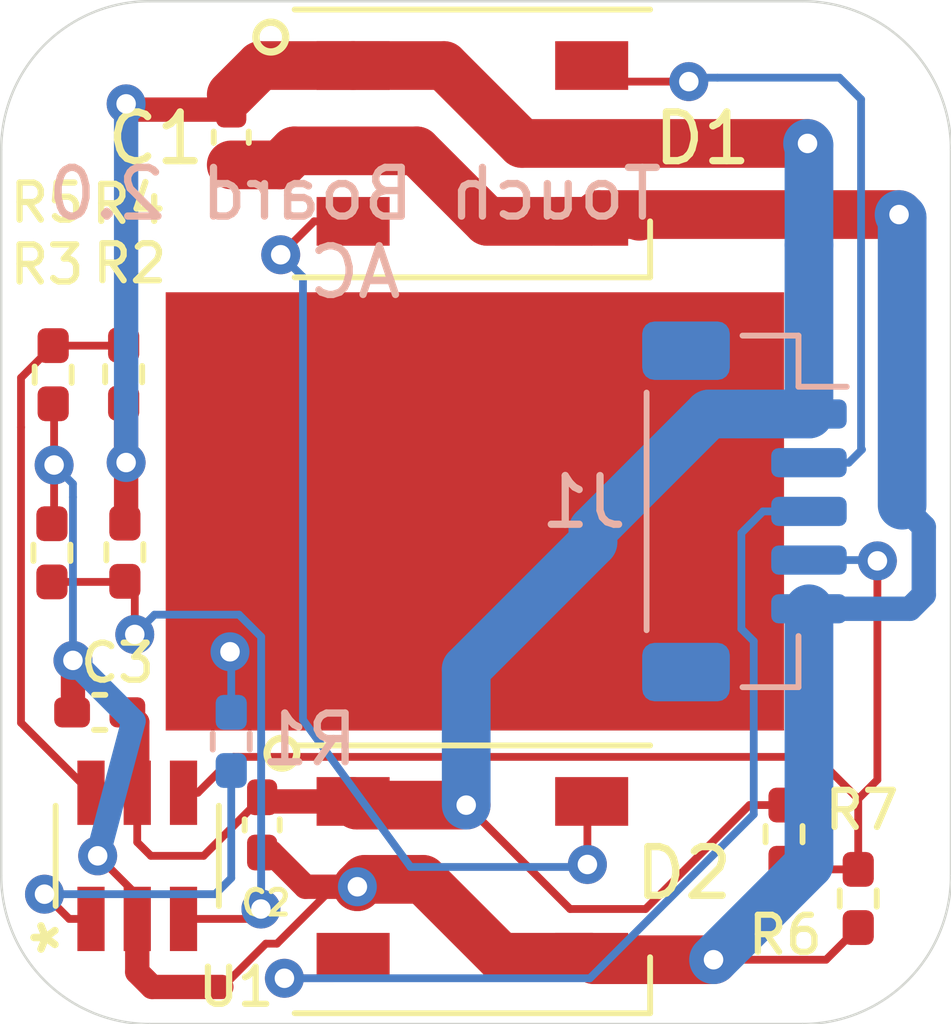
<source format=kicad_pcb>
(kicad_pcb (version 20171130) (host pcbnew 5.1.10-88a1d61d58~90~ubuntu20.04.1)

  (general
    (thickness 1.6)
    (drawings 11)
    (tracks 171)
    (zones 0)
    (modules 15)
    (nets 11)
  )

  (page A4)
  (layers
    (0 F.Cu signal)
    (31 B.Cu signal)
    (32 B.Adhes user)
    (33 F.Adhes user)
    (34 B.Paste user)
    (35 F.Paste user)
    (36 B.SilkS user)
    (37 F.SilkS user)
    (38 B.Mask user)
    (39 F.Mask user)
    (40 Dwgs.User user)
    (41 Cmts.User user)
    (42 Eco1.User user)
    (43 Eco2.User user)
    (44 Edge.Cuts user)
    (45 Margin user)
    (46 B.CrtYd user)
    (47 F.CrtYd user)
    (48 B.Fab user)
    (49 F.Fab user)
  )

  (setup
    (last_trace_width 0.16002)
    (user_trace_width 0.16002)
    (user_trace_width 0.5)
    (user_trace_width 1)
    (trace_clearance 0.16)
    (zone_clearance 0.508)
    (zone_45_only no)
    (trace_min 0.16)
    (via_size 0.8)
    (via_drill 0.4)
    (via_min_size 0.4)
    (via_min_drill 0.3)
    (uvia_size 0.3)
    (uvia_drill 0.1)
    (uvias_allowed no)
    (uvia_min_size 0.2)
    (uvia_min_drill 0.1)
    (edge_width 0.05)
    (segment_width 0.2)
    (pcb_text_width 0.3)
    (pcb_text_size 1.5 1.5)
    (mod_edge_width 0.12)
    (mod_text_size 1 1)
    (mod_text_width 0.15)
    (pad_size 12.7 9)
    (pad_drill 0)
    (pad_to_mask_clearance 0.051)
    (solder_mask_min_width 0.25)
    (aux_axis_origin 127.4826 107.1118)
    (grid_origin 127.4826 107.1118)
    (visible_elements 7FFFFF7F)
    (pcbplotparams
      (layerselection 0x010fc_ffffffff)
      (usegerberextensions true)
      (usegerberattributes false)
      (usegerberadvancedattributes false)
      (creategerberjobfile false)
      (excludeedgelayer true)
      (linewidth 0.100000)
      (plotframeref false)
      (viasonmask false)
      (mode 1)
      (useauxorigin false)
      (hpglpennumber 1)
      (hpglpenspeed 20)
      (hpglpendiameter 15.000000)
      (psnegative false)
      (psa4output false)
      (plotreference true)
      (plotvalue true)
      (plotinvisibletext false)
      (padsonsilk false)
      (subtractmaskfromsilk false)
      (outputformat 1)
      (mirror false)
      (drillshape 0)
      (scaleselection 1)
      (outputdirectory "/home/andrew/GitHub/SpaceCenter/Hardware/SpaceCenter_TouchBoard_KiCAD/Fab Files/TouchBoard_Gerbers/"))
  )

  (net 0 "")
  (net 1 +5V)
  (net 2 GND)
  (net 3 DATA_IN)
  (net 4 DATA_OUT)
  (net 5 CAP_TOUCH)
  (net 6 "Net-(D1-Pad2)")
  (net 7 "Net-(J2-Pad1)")
  (net 8 "Net-(R1-Pad1)")
  (net 9 "Net-(R2-Pad1)")
  (net 10 "Net-(R4-Pad1)")

  (net_class Default "This is the default net class."
    (clearance 0.16)
    (trace_width 0.16)
    (via_dia 0.8)
    (via_drill 0.4)
    (uvia_dia 0.3)
    (uvia_drill 0.1)
    (add_net CAP_TOUCH)
    (add_net DATA_IN)
    (add_net DATA_OUT)
    (add_net "Net-(D1-Pad2)")
    (add_net "Net-(J2-Pad1)")
    (add_net "Net-(R1-Pad1)")
    (add_net "Net-(R2-Pad1)")
    (add_net "Net-(R4-Pad1)")
  )

  (net_class Power ""
    (clearance 0.2)
    (trace_width 1)
    (via_dia 0.8)
    (via_drill 0.4)
    (uvia_dia 0.3)
    (uvia_drill 0.1)
    (add_net +5V)
    (add_net GND)
  )

  (module footprints:MTCH101T-I&slash_OT (layer F.Cu) (tedit 612F52FA) (tstamp 612E0348)
    (at 130.2766 103.6574 90)
    (path /612CBEC9)
    (fp_text reference U1 (at -2.6924 2.032 180) (layer F.SilkS)
      (effects (font (size 0.762 0.762) (thickness 0.127)))
    )
    (fp_text value MTCH101T-I_OT (at 0 0 90) (layer F.SilkS) hide
      (effects (font (size 1 1) (thickness 0.15)))
    )
    (fp_line (start -1.1557 1.4834) (end -2.2098 1.4834) (layer F.CrtYd) (width 0.05))
    (fp_line (start -1.1557 1.8034) (end -1.1557 1.4834) (layer F.CrtYd) (width 0.05))
    (fp_line (start 1.1557 1.8034) (end -1.1557 1.8034) (layer F.CrtYd) (width 0.05))
    (fp_line (start 1.1557 1.4834) (end 1.1557 1.8034) (layer F.CrtYd) (width 0.05))
    (fp_line (start 2.2098 1.4834) (end 1.1557 1.4834) (layer F.CrtYd) (width 0.05))
    (fp_line (start 2.2098 -1.4834) (end 2.2098 1.4834) (layer F.CrtYd) (width 0.05))
    (fp_line (start 1.1557 -1.4834) (end 2.2098 -1.4834) (layer F.CrtYd) (width 0.05))
    (fp_line (start 1.1557 -1.8034) (end 1.1557 -1.4834) (layer F.CrtYd) (width 0.05))
    (fp_line (start -1.1557 -1.8034) (end 1.1557 -1.8034) (layer F.CrtYd) (width 0.05))
    (fp_line (start -1.1557 -1.4834) (end -1.1557 -1.8034) (layer F.CrtYd) (width 0.05))
    (fp_line (start -2.2098 -1.4834) (end -1.1557 -1.4834) (layer F.CrtYd) (width 0.05))
    (fp_line (start -2.2098 1.4834) (end -2.2098 -1.4834) (layer F.CrtYd) (width 0.05))
    (fp_line (start -0.9017 -1.5494) (end -0.9017 1.5494) (layer F.Fab) (width 0.1))
    (fp_line (start 0.9017 -1.5494) (end -0.9017 -1.5494) (layer F.Fab) (width 0.1))
    (fp_line (start 0.9017 1.5494) (end 0.9017 -1.5494) (layer F.Fab) (width 0.1))
    (fp_line (start -0.9017 1.5494) (end 0.9017 1.5494) (layer F.Fab) (width 0.1))
    (fp_line (start 1.0287 -1.6764) (end -1.0287 -1.6764) (layer F.SilkS) (width 0.12))
    (fp_line (start -1.0287 1.6764) (end 1.0287 1.6764) (layer F.SilkS) (width 0.12))
    (fp_line (start 1.6002 -1.204) (end 0.9017 -1.204) (layer F.Fab) (width 0.1))
    (fp_line (start 1.6002 -0.696) (end 1.6002 -1.204) (layer F.Fab) (width 0.1))
    (fp_line (start 0.9017 -0.696) (end 1.6002 -0.696) (layer F.Fab) (width 0.1))
    (fp_line (start 0.9017 -1.204) (end 0.9017 -0.696) (layer F.Fab) (width 0.1))
    (fp_line (start 1.6002 -0.254) (end 0.9017 -0.254) (layer F.Fab) (width 0.1))
    (fp_line (start 1.6002 0.254) (end 1.6002 -0.254) (layer F.Fab) (width 0.1))
    (fp_line (start 0.9017 0.254) (end 1.6002 0.254) (layer F.Fab) (width 0.1))
    (fp_line (start 0.9017 -0.254) (end 0.9017 0.254) (layer F.Fab) (width 0.1))
    (fp_line (start 1.6002 0.696) (end 0.9017 0.696) (layer F.Fab) (width 0.1))
    (fp_line (start 1.6002 1.204) (end 1.6002 0.696) (layer F.Fab) (width 0.1))
    (fp_line (start 0.9017 1.204) (end 1.6002 1.204) (layer F.Fab) (width 0.1))
    (fp_line (start 0.9017 0.696) (end 0.9017 1.204) (layer F.Fab) (width 0.1))
    (fp_line (start -1.6002 1.204) (end -0.9017 1.204) (layer F.Fab) (width 0.1))
    (fp_line (start -1.6002 0.696) (end -1.6002 1.204) (layer F.Fab) (width 0.1))
    (fp_line (start -0.9017 0.696) (end -1.6002 0.696) (layer F.Fab) (width 0.1))
    (fp_line (start -0.9017 1.204) (end -0.9017 0.696) (layer F.Fab) (width 0.1))
    (fp_line (start -1.6002 0.254) (end -0.9017 0.254) (layer F.Fab) (width 0.1))
    (fp_line (start -1.6002 -0.254) (end -1.6002 0.254) (layer F.Fab) (width 0.1))
    (fp_line (start -0.9017 -0.254) (end -1.6002 -0.254) (layer F.Fab) (width 0.1))
    (fp_line (start -0.9017 0.254) (end -0.9017 -0.254) (layer F.Fab) (width 0.1))
    (fp_line (start -1.6002 -0.696) (end -0.9017 -0.696) (layer F.Fab) (width 0.1))
    (fp_line (start -1.6002 -1.204) (end -1.6002 -0.696) (layer F.Fab) (width 0.1))
    (fp_line (start -0.9017 -1.204) (end -1.6002 -1.204) (layer F.Fab) (width 0.1))
    (fp_line (start -0.9017 -0.696) (end -0.9017 -1.204) (layer F.Fab) (width 0.1))
    (fp_text user "Copyright 2021 Accelerated Designs. All rights reserved." (at 0 0 90) (layer Cmts.User)
      (effects (font (size 0.127 0.127) (thickness 0.002)))
    )
    (fp_text user * (at -1.6764 -1.5748 90) (layer F.SilkS)
      (effects (font (size 1 1) (thickness 0.15)))
    )
    (fp_text user * (at -0.5207 -1.4732 90) (layer F.Fab)
      (effects (font (size 1 1) (thickness 0.15)))
    )
    (fp_text user 0.037in/0.95mm (at -4.3434 -0.475 90) (layer Dwgs.User) hide
      (effects (font (size 1 1) (thickness 0.15)))
    )
    (fp_text user 0.022in/0.559mm (at 4.3434 -0.95 90) (layer Dwgs.User) hide
      (effects (font (size 1 1) (thickness 0.15)))
    )
    (fp_text user 0.102in/2.591mm (at 0 -3.9624 90) (layer Dwgs.User) hide
      (effects (font (size 1 1) (thickness 0.15)))
    )
    (fp_text user 0.052in/1.321mm (at -1.2954 3.9624 90) (layer Dwgs.User) hide
      (effects (font (size 1 1) (thickness 0.15)))
    )
    (fp_text user * (at -1.6764 -1.5748 90) (layer F.SilkS)
      (effects (font (size 1 1) (thickness 0.15)))
    )
    (fp_text user * (at -0.5207 -1.4732 90) (layer F.Fab)
      (effects (font (size 1 1) (thickness 0.15)))
    )
    (fp_arc (start 0 -1.5494) (end -0.3048 -1.5494) (angle -180) (layer F.Fab) (width 0.1))
    (pad 1 smd rect (at -1.2954 -0.950001 90) (size 1.3208 0.5588) (layers F.Cu F.Paste F.Mask)
      (net 8 "Net-(R1-Pad1)"))
    (pad 2 smd rect (at -1.2954 0 90) (size 1.3208 0.5588) (layers F.Cu F.Paste F.Mask)
      (net 2 GND))
    (pad 3 smd rect (at -1.2954 0.950001 90) (size 1.3208 0.5588) (layers F.Cu F.Paste F.Mask)
      (net 9 "Net-(R2-Pad1)"))
    (pad 4 smd rect (at 1.2954 0.950001 90) (size 1.3208 0.5588) (layers F.Cu F.Paste F.Mask)
      (net 5 CAP_TOUCH))
    (pad 5 smd rect (at 1.2954 0 90) (size 1.3208 0.5588) (layers F.Cu F.Paste F.Mask)
      (net 1 +5V))
    (pad 6 smd rect (at 1.2954 -0.950001 90) (size 1.3208 0.5588) (layers F.Cu F.Paste F.Mask)
      (net 10 "Net-(R4-Pad1)"))
  )

  (module Connector_JST:JST_SH_BM05B-SRSS-TB_1x05-1MP_P1.00mm_Vertical (layer B.Cu) (tedit 608A9280) (tstamp 603E828A)
    (at 142.748 96.5835 270)
    (descr "JST SH series connector, BM05B-SRSS-TB (http://www.jst-mfg.com/product/pdf/eng/eSH.pdf), generated with kicad-footprint-generator")
    (tags "connector JST SH side entry")
    (path /5F2811C8)
    (attr smd)
    (fp_text reference J1 (at -0.1905 3.3 180) (layer B.SilkS)
      (effects (font (size 1 1) (thickness 0.15)) (justify mirror))
    )
    (fp_text value Conn_01x05_Male (at 0 -3.3 270) (layer B.Fab) hide
      (effects (font (size 1 1) (thickness 0.15)) (justify mirror))
    )
    (fp_line (start -2 -0.292893) (end -1.5 -1) (layer B.Fab) (width 0.1))
    (fp_line (start -2.5 -1) (end -2 -0.292893) (layer B.Fab) (width 0.1))
    (fp_line (start 4.4 2.6) (end -4.4 2.6) (layer B.CrtYd) (width 0.05))
    (fp_line (start 4.4 -2.6) (end 4.4 2.6) (layer B.CrtYd) (width 0.05))
    (fp_line (start -4.4 -2.6) (end 4.4 -2.6) (layer B.CrtYd) (width 0.05))
    (fp_line (start -4.4 2.6) (end -4.4 -2.6) (layer B.CrtYd) (width 0.05))
    (fp_line (start 2.15 1.55) (end 1.85 1.55) (layer B.Fab) (width 0.1))
    (fp_line (start 2.15 0.95) (end 2.15 1.55) (layer B.Fab) (width 0.1))
    (fp_line (start 1.85 0.95) (end 2.15 0.95) (layer B.Fab) (width 0.1))
    (fp_line (start 1.85 1.55) (end 1.85 0.95) (layer B.Fab) (width 0.1))
    (fp_line (start 1.15 1.55) (end 0.85 1.55) (layer B.Fab) (width 0.1))
    (fp_line (start 1.15 0.95) (end 1.15 1.55) (layer B.Fab) (width 0.1))
    (fp_line (start 0.85 0.95) (end 1.15 0.95) (layer B.Fab) (width 0.1))
    (fp_line (start 0.85 1.55) (end 0.85 0.95) (layer B.Fab) (width 0.1))
    (fp_line (start 0.15 1.55) (end -0.15 1.55) (layer B.Fab) (width 0.1))
    (fp_line (start 0.15 0.95) (end 0.15 1.55) (layer B.Fab) (width 0.1))
    (fp_line (start -0.15 0.95) (end 0.15 0.95) (layer B.Fab) (width 0.1))
    (fp_line (start -0.15 1.55) (end -0.15 0.95) (layer B.Fab) (width 0.1))
    (fp_line (start -0.85 1.55) (end -1.15 1.55) (layer B.Fab) (width 0.1))
    (fp_line (start -0.85 0.95) (end -0.85 1.55) (layer B.Fab) (width 0.1))
    (fp_line (start -1.15 0.95) (end -0.85 0.95) (layer B.Fab) (width 0.1))
    (fp_line (start -1.15 1.55) (end -1.15 0.95) (layer B.Fab) (width 0.1))
    (fp_line (start -1.85 1.55) (end -2.15 1.55) (layer B.Fab) (width 0.1))
    (fp_line (start -1.85 0.95) (end -1.85 1.55) (layer B.Fab) (width 0.1))
    (fp_line (start -2.15 0.95) (end -1.85 0.95) (layer B.Fab) (width 0.1))
    (fp_line (start -2.15 1.55) (end -2.15 0.95) (layer B.Fab) (width 0.1))
    (fp_line (start 3.5 -1) (end 3.5 1.9) (layer B.Fab) (width 0.1))
    (fp_line (start -3.5 -1) (end -3.5 1.9) (layer B.Fab) (width 0.1))
    (fp_line (start -3.5 1.9) (end 3.5 1.9) (layer B.Fab) (width 0.1))
    (fp_line (start -2.44 2.01) (end 2.44 2.01) (layer B.SilkS) (width 0.12))
    (fp_line (start 3.61 -1.11) (end 2.56 -1.11) (layer B.SilkS) (width 0.12))
    (fp_line (start 3.61 0.04) (end 3.61 -1.11) (layer B.SilkS) (width 0.12))
    (fp_line (start -2.56 -1.11) (end -2.56 -2.1) (layer B.SilkS) (width 0.12))
    (fp_line (start -3.61 -1.11) (end -2.56 -1.11) (layer B.SilkS) (width 0.12))
    (fp_line (start -3.61 0.04) (end -3.61 -1.11) (layer B.SilkS) (width 0.12))
    (fp_line (start -3.5 -1) (end 3.5 -1) (layer B.Fab) (width 0.1))
    (fp_text user %R (at 0 0.25 270) (layer B.Fab)
      (effects (font (size 1 1) (thickness 0.15)) (justify mirror))
    )
    (pad 1 smd roundrect (at -2 -1.325 270) (size 0.6 1.55) (layers B.Cu B.Mask) (roundrect_rratio 0.25)
      (net 1 +5V))
    (pad 2 smd roundrect (at -1 -1.325 270) (size 0.6 1.55) (layers B.Cu B.Mask) (roundrect_rratio 0.25)
      (net 3 DATA_IN))
    (pad 3 smd roundrect (at 0 -1.325 270) (size 0.6 1.55) (layers B.Cu B.Mask) (roundrect_rratio 0.25)
      (net 4 DATA_OUT))
    (pad 4 smd roundrect (at 1 -1.325 270) (size 0.6 1.55) (layers B.Cu B.Mask) (roundrect_rratio 0.25)
      (net 5 CAP_TOUCH))
    (pad 5 smd roundrect (at 2 -1.325 270) (size 0.6 1.55) (layers B.Cu B.Mask) (roundrect_rratio 0.25)
      (net 2 GND))
    (pad MP smd roundrect (at -3.3 1.2 270) (size 1.2 1.8) (layers B.Cu B.Paste B.Mask) (roundrect_rratio 0.2083325))
    (pad MP smd roundrect (at 3.3 1.2 270) (size 1.2 1.8) (layers B.Cu B.Mask) (roundrect_rratio 0.208))
    (model /home/andrew/Downloads/BM05B-SRSS-TB-LF--SN---3DModel-STEP-56544.STEP
      (at (xyz 0 0 0))
      (scale (xyz 1 1 1))
      (rotate (xyz -90 0 0))
    )
  )

  (module Connector_Wire:SolderWirePad_1x01_SMD_5x10mm (layer F.Cu) (tedit 612DFFDE) (tstamp 5F2A2456)
    (at 136.0805 96.647)
    (descr "Wire Pad, Square, SMD Pad,  5mm x 10mm,")
    (tags "MesurementPoint Square SMDPad 5mmx10mm ")
    (path /5F292CA3)
    (attr smd virtual)
    (fp_text reference J2 (at 0 -3.81) (layer F.SilkS) hide
      (effects (font (size 1 1) (thickness 0.15)))
    )
    (fp_text value TOUCH_SENSOR (at 0 6.35) (layer F.Fab) hide
      (effects (font (size 1 1) (thickness 0.15)))
    )
    (fp_text user %R (at 0 0) (layer F.Fab)
      (effects (font (size 1 1) (thickness 0.15)))
    )
    (pad 1 smd rect (at 1.1303 -0.0635) (size 12.7 9) (layers F.Cu F.Mask)
      (net 7 "Net-(J2-Pad1)"))
  )

  (module LED_SMD:LED_WS2812B_PLCC4_5.0x5.0mm_P3.2mm (layer F.Cu) (tedit 5AA4B285) (tstamp 612E0267)
    (at 137.16 89.027)
    (descr https://cdn-shop.adafruit.com/datasheets/WS2812B.pdf)
    (tags "LED RGB NeoPixel")
    (path /6133369C)
    (attr smd)
    (fp_text reference D1 (at 4.7244 -0.1016) (layer F.SilkS)
      (effects (font (size 1 1) (thickness 0.15)))
    )
    (fp_text value WS2812B (at 0 4) (layer F.Fab)
      (effects (font (size 1 1) (thickness 0.15)))
    )
    (fp_circle (center 0 0) (end 0 -2) (layer F.Fab) (width 0.1))
    (fp_line (start 3.65 2.75) (end 3.65 1.6) (layer F.SilkS) (width 0.12))
    (fp_line (start -3.65 2.75) (end 3.65 2.75) (layer F.SilkS) (width 0.12))
    (fp_line (start -3.65 -2.75) (end 3.65 -2.75) (layer F.SilkS) (width 0.12))
    (fp_line (start 2.5 -2.5) (end -2.5 -2.5) (layer F.Fab) (width 0.1))
    (fp_line (start 2.5 2.5) (end 2.5 -2.5) (layer F.Fab) (width 0.1))
    (fp_line (start -2.5 2.5) (end 2.5 2.5) (layer F.Fab) (width 0.1))
    (fp_line (start -2.5 -2.5) (end -2.5 2.5) (layer F.Fab) (width 0.1))
    (fp_line (start 2.5 1.5) (end 1.5 2.5) (layer F.Fab) (width 0.1))
    (fp_line (start -3.45 -2.75) (end -3.45 2.75) (layer F.CrtYd) (width 0.05))
    (fp_line (start -3.45 2.75) (end 3.45 2.75) (layer F.CrtYd) (width 0.05))
    (fp_line (start 3.45 2.75) (end 3.45 -2.75) (layer F.CrtYd) (width 0.05))
    (fp_line (start 3.45 -2.75) (end -3.45 -2.75) (layer F.CrtYd) (width 0.05))
    (fp_text user 1 (at -4.15 -1.6) (layer F.SilkS) hide
      (effects (font (size 1 1) (thickness 0.15)))
    )
    (fp_text user %R (at 0 0) (layer F.Fab)
      (effects (font (size 0.8 0.8) (thickness 0.15)))
    )
    (pad 3 smd rect (at 2.45 1.6) (size 1.5 1) (layers F.Cu F.Paste F.Mask)
      (net 2 GND))
    (pad 4 smd rect (at 2.45 -1.6) (size 1.5 1) (layers F.Cu F.Paste F.Mask)
      (net 3 DATA_IN))
    (pad 2 smd rect (at -2.45 1.6) (size 1.5 1) (layers F.Cu F.Paste F.Mask)
      (net 6 "Net-(D1-Pad2)"))
    (pad 1 smd rect (at -2.45 -1.6) (size 1.5 1) (layers F.Cu F.Paste F.Mask)
      (net 1 +5V))
    (model ${KISYS3DMOD}/LED_SMD.3dshapes/LED_WS2812B_PLCC4_5.0x5.0mm_P3.2mm.wrl
      (at (xyz 0 0 0))
      (scale (xyz 1 1 1))
      (rotate (xyz 0 0 0))
    )
  )

  (module LED_SMD:LED_WS2812B_PLCC4_5.0x5.0mm_P3.2mm (layer F.Cu) (tedit 5AA4B285) (tstamp 612E027D)
    (at 137.16 104.14)
    (descr https://cdn-shop.adafruit.com/datasheets/WS2812B.pdf)
    (tags "LED RGB NeoPixel")
    (path /61338C92)
    (attr smd)
    (fp_text reference D2 (at 4.3434 -0.127) (layer F.SilkS)
      (effects (font (size 1 1) (thickness 0.15)))
    )
    (fp_text value WS2812B (at 0 4) (layer F.Fab) hide
      (effects (font (size 1 1) (thickness 0.15)))
    )
    (fp_text user %R (at 0 0) (layer F.Fab)
      (effects (font (size 0.8 0.8) (thickness 0.15)))
    )
    (fp_text user 1 (at -4.15 -1.6) (layer F.SilkS) hide
      (effects (font (size 1 1) (thickness 0.15)))
    )
    (fp_line (start 3.45 -2.75) (end -3.45 -2.75) (layer F.CrtYd) (width 0.05))
    (fp_line (start 3.45 2.75) (end 3.45 -2.75) (layer F.CrtYd) (width 0.05))
    (fp_line (start -3.45 2.75) (end 3.45 2.75) (layer F.CrtYd) (width 0.05))
    (fp_line (start -3.45 -2.75) (end -3.45 2.75) (layer F.CrtYd) (width 0.05))
    (fp_line (start 2.5 1.5) (end 1.5 2.5) (layer F.Fab) (width 0.1))
    (fp_line (start -2.5 -2.5) (end -2.5 2.5) (layer F.Fab) (width 0.1))
    (fp_line (start -2.5 2.5) (end 2.5 2.5) (layer F.Fab) (width 0.1))
    (fp_line (start 2.5 2.5) (end 2.5 -2.5) (layer F.Fab) (width 0.1))
    (fp_line (start 2.5 -2.5) (end -2.5 -2.5) (layer F.Fab) (width 0.1))
    (fp_line (start -3.65 -2.75) (end 3.65 -2.75) (layer F.SilkS) (width 0.12))
    (fp_line (start -3.65 2.75) (end 3.65 2.75) (layer F.SilkS) (width 0.12))
    (fp_line (start 3.65 2.75) (end 3.65 1.6) (layer F.SilkS) (width 0.12))
    (fp_circle (center 0 0) (end 0 -2) (layer F.Fab) (width 0.1))
    (pad 1 smd rect (at -2.45 -1.6) (size 1.5 1) (layers F.Cu F.Paste F.Mask)
      (net 1 +5V))
    (pad 2 smd rect (at -2.45 1.6) (size 1.5 1) (layers F.Cu F.Paste F.Mask)
      (net 4 DATA_OUT))
    (pad 4 smd rect (at 2.45 -1.6) (size 1.5 1) (layers F.Cu F.Paste F.Mask)
      (net 6 "Net-(D1-Pad2)"))
    (pad 3 smd rect (at 2.45 1.6) (size 1.5 1) (layers F.Cu F.Paste F.Mask)
      (net 2 GND))
    (model ${KISYS3DMOD}/LED_SMD.3dshapes/LED_WS2812B_PLCC4_5.0x5.0mm_P3.2mm.wrl
      (at (xyz 0 0 0))
      (scale (xyz 1 1 1))
      (rotate (xyz 0 0 0))
    )
  )

  (module Capacitor_SMD:C_0402_1005Metric_Pad0.74x0.62mm_HandSolder (layer F.Cu) (tedit 5F6BB22C) (tstamp 612E0687)
    (at 132.207 88.9 270)
    (descr "Capacitor SMD 0402 (1005 Metric), square (rectangular) end terminal, IPC_7351 nominal with elongated pad for handsoldering. (Body size source: IPC-SM-782 page 76, https://www.pcb-3d.com/wordpress/wp-content/uploads/ipc-sm-782a_amendment_1_and_2.pdf), generated with kicad-footprint-generator")
    (tags "capacitor handsolder")
    (path /5F288493)
    (attr smd)
    (fp_text reference C1 (at 0.0254 1.5494 180) (layer F.SilkS)
      (effects (font (size 1 1) (thickness 0.15)))
    )
    (fp_text value 0.1u (at 0 1.16 90) (layer F.Fab) hide
      (effects (font (size 1 1) (thickness 0.15)))
    )
    (fp_line (start 1.08 0.46) (end -1.08 0.46) (layer F.CrtYd) (width 0.05))
    (fp_line (start 1.08 -0.46) (end 1.08 0.46) (layer F.CrtYd) (width 0.05))
    (fp_line (start -1.08 -0.46) (end 1.08 -0.46) (layer F.CrtYd) (width 0.05))
    (fp_line (start -1.08 0.46) (end -1.08 -0.46) (layer F.CrtYd) (width 0.05))
    (fp_line (start -0.115835 0.36) (end 0.115835 0.36) (layer F.SilkS) (width 0.12))
    (fp_line (start -0.115835 -0.36) (end 0.115835 -0.36) (layer F.SilkS) (width 0.12))
    (fp_line (start 0.5 0.25) (end -0.5 0.25) (layer F.Fab) (width 0.1))
    (fp_line (start 0.5 -0.25) (end 0.5 0.25) (layer F.Fab) (width 0.1))
    (fp_line (start -0.5 -0.25) (end 0.5 -0.25) (layer F.Fab) (width 0.1))
    (fp_line (start -0.5 0.25) (end -0.5 -0.25) (layer F.Fab) (width 0.1))
    (fp_text user %R (at 0 0 90) (layer F.Fab)
      (effects (font (size 0.25 0.25) (thickness 0.04)))
    )
    (pad 1 smd roundrect (at -0.5675 0 270) (size 0.735 0.62) (layers F.Cu F.Paste F.Mask) (roundrect_rratio 0.25)
      (net 1 +5V))
    (pad 2 smd roundrect (at 0.5675 0 270) (size 0.735 0.62) (layers F.Cu F.Paste F.Mask) (roundrect_rratio 0.25)
      (net 2 GND))
    (model ${KISYS3DMOD}/Capacitor_SMD.3dshapes/C_0402_1005Metric.wrl
      (at (xyz 0 0 0))
      (scale (xyz 1 1 1))
      (rotate (xyz 0 0 0))
    )
  )

  (module Capacitor_SMD:C_0402_1005Metric_Pad0.74x0.62mm_HandSolder (layer F.Cu) (tedit 5F6BB22C) (tstamp 612E0697)
    (at 132.842 103.0224 270)
    (descr "Capacitor SMD 0402 (1005 Metric), square (rectangular) end terminal, IPC_7351 nominal with elongated pad for handsoldering. (Body size source: IPC-SM-782 page 76, https://www.pcb-3d.com/wordpress/wp-content/uploads/ipc-sm-782a_amendment_1_and_2.pdf), generated with kicad-footprint-generator")
    (tags "capacitor handsolder")
    (path /5F2985E9)
    (attr smd)
    (fp_text reference C2 (at 1.6002 -0.0762 180) (layer F.SilkS)
      (effects (font (size 0.508 0.508) (thickness 0.1016)))
    )
    (fp_text value 0.1u (at 0 1.16 90) (layer F.Fab) hide
      (effects (font (size 1 1) (thickness 0.15)))
    )
    (fp_text user %R (at 0 0 90) (layer F.Fab)
      (effects (font (size 0.25 0.25) (thickness 0.04)))
    )
    (fp_line (start -0.5 0.25) (end -0.5 -0.25) (layer F.Fab) (width 0.1))
    (fp_line (start -0.5 -0.25) (end 0.5 -0.25) (layer F.Fab) (width 0.1))
    (fp_line (start 0.5 -0.25) (end 0.5 0.25) (layer F.Fab) (width 0.1))
    (fp_line (start 0.5 0.25) (end -0.5 0.25) (layer F.Fab) (width 0.1))
    (fp_line (start -0.115835 -0.36) (end 0.115835 -0.36) (layer F.SilkS) (width 0.12))
    (fp_line (start -0.115835 0.36) (end 0.115835 0.36) (layer F.SilkS) (width 0.12))
    (fp_line (start -1.08 0.46) (end -1.08 -0.46) (layer F.CrtYd) (width 0.05))
    (fp_line (start -1.08 -0.46) (end 1.08 -0.46) (layer F.CrtYd) (width 0.05))
    (fp_line (start 1.08 -0.46) (end 1.08 0.46) (layer F.CrtYd) (width 0.05))
    (fp_line (start 1.08 0.46) (end -1.08 0.46) (layer F.CrtYd) (width 0.05))
    (pad 2 smd roundrect (at 0.5675 0 270) (size 0.735 0.62) (layers F.Cu F.Paste F.Mask) (roundrect_rratio 0.25)
      (net 2 GND))
    (pad 1 smd roundrect (at -0.5675 0 270) (size 0.735 0.62) (layers F.Cu F.Paste F.Mask) (roundrect_rratio 0.25)
      (net 1 +5V))
    (model ${KISYS3DMOD}/Capacitor_SMD.3dshapes/C_0402_1005Metric.wrl
      (at (xyz 0 0 0))
      (scale (xyz 1 1 1))
      (rotate (xyz 0 0 0))
    )
  )

  (module Capacitor_SMD:C_0402_1005Metric_Pad0.74x0.62mm_HandSolder (layer F.Cu) (tedit 5F6BB22C) (tstamp 612E06B7)
    (at 129.5059 100.711 180)
    (descr "Capacitor SMD 0402 (1005 Metric), square (rectangular) end terminal, IPC_7351 nominal with elongated pad for handsoldering. (Body size source: IPC-SM-782 page 76, https://www.pcb-3d.com/wordpress/wp-content/uploads/ipc-sm-782a_amendment_1_and_2.pdf), generated with kicad-footprint-generator")
    (tags "capacitor handsolder")
    (path /613077A3)
    (attr smd)
    (fp_text reference C3 (at -0.3643 1.016) (layer F.SilkS)
      (effects (font (size 0.762 0.762) (thickness 0.127)))
    )
    (fp_text value 0.1u (at 0 1.16) (layer F.Fab) hide
      (effects (font (size 1 1) (thickness 0.15)))
    )
    (fp_line (start 1.08 0.46) (end -1.08 0.46) (layer F.CrtYd) (width 0.05))
    (fp_line (start 1.08 -0.46) (end 1.08 0.46) (layer F.CrtYd) (width 0.05))
    (fp_line (start -1.08 -0.46) (end 1.08 -0.46) (layer F.CrtYd) (width 0.05))
    (fp_line (start -1.08 0.46) (end -1.08 -0.46) (layer F.CrtYd) (width 0.05))
    (fp_line (start -0.115835 0.36) (end 0.115835 0.36) (layer F.SilkS) (width 0.12))
    (fp_line (start -0.115835 -0.36) (end 0.115835 -0.36) (layer F.SilkS) (width 0.12))
    (fp_line (start 0.5 0.25) (end -0.5 0.25) (layer F.Fab) (width 0.1))
    (fp_line (start 0.5 -0.25) (end 0.5 0.25) (layer F.Fab) (width 0.1))
    (fp_line (start -0.5 -0.25) (end 0.5 -0.25) (layer F.Fab) (width 0.1))
    (fp_line (start -0.5 0.25) (end -0.5 -0.25) (layer F.Fab) (width 0.1))
    (fp_text user %R (at 0 0) (layer F.Fab)
      (effects (font (size 0.25 0.25) (thickness 0.04)))
    )
    (pad 1 smd roundrect (at -0.5675 0 180) (size 0.735 0.62) (layers F.Cu F.Paste F.Mask) (roundrect_rratio 0.25)
      (net 1 +5V))
    (pad 2 smd roundrect (at 0.5675 0 180) (size 0.735 0.62) (layers F.Cu F.Paste F.Mask) (roundrect_rratio 0.25)
      (net 2 GND))
    (model ${KISYS3DMOD}/Capacitor_SMD.3dshapes/C_0402_1005Metric.wrl
      (at (xyz 0 0 0))
      (scale (xyz 1 1 1))
      (rotate (xyz 0 0 0))
    )
  )

  (module Resistor_SMD:R_0402_1005Metric_Pad0.72x0.64mm_HandSolder (layer B.Cu) (tedit 5F6BB9E0) (tstamp 612E06B8)
    (at 132.207 101.3073 90)
    (descr "Resistor SMD 0402 (1005 Metric), square (rectangular) end terminal, IPC_7351 nominal with elongated pad for handsoldering. (Body size source: IPC-SM-782 page 72, https://www.pcb-3d.com/wordpress/wp-content/uploads/ipc-sm-782a_amendment_1_and_2.pdf), generated with kicad-footprint-generator")
    (tags "resistor handsolder")
    (path /612D805C)
    (attr smd)
    (fp_text reference R1 (at 0.0375 1.6002 180) (layer B.SilkS)
      (effects (font (size 1 1) (thickness 0.15)) (justify mirror))
    )
    (fp_text value 4.7k (at 0 -1.17 90) (layer B.Fab) hide
      (effects (font (size 1 1) (thickness 0.15)) (justify mirror))
    )
    (fp_line (start 1.1 -0.47) (end -1.1 -0.47) (layer B.CrtYd) (width 0.05))
    (fp_line (start 1.1 0.47) (end 1.1 -0.47) (layer B.CrtYd) (width 0.05))
    (fp_line (start -1.1 0.47) (end 1.1 0.47) (layer B.CrtYd) (width 0.05))
    (fp_line (start -1.1 -0.47) (end -1.1 0.47) (layer B.CrtYd) (width 0.05))
    (fp_line (start -0.167621 -0.38) (end 0.167621 -0.38) (layer B.SilkS) (width 0.12))
    (fp_line (start -0.167621 0.38) (end 0.167621 0.38) (layer B.SilkS) (width 0.12))
    (fp_line (start 0.525 -0.27) (end -0.525 -0.27) (layer B.Fab) (width 0.1))
    (fp_line (start 0.525 0.27) (end 0.525 -0.27) (layer B.Fab) (width 0.1))
    (fp_line (start -0.525 0.27) (end 0.525 0.27) (layer B.Fab) (width 0.1))
    (fp_line (start -0.525 -0.27) (end -0.525 0.27) (layer B.Fab) (width 0.1))
    (fp_text user %R (at 0 0 90) (layer B.Fab)
      (effects (font (size 0.26 0.26) (thickness 0.04)) (justify mirror))
    )
    (pad 1 smd roundrect (at -0.5975 0 90) (size 0.715 0.64) (layers B.Cu B.Paste B.Mask) (roundrect_rratio 0.25)
      (net 8 "Net-(R1-Pad1)"))
    (pad 2 smd roundrect (at 0.5975 0 90) (size 0.715 0.64) (layers B.Cu B.Paste B.Mask) (roundrect_rratio 0.25)
      (net 7 "Net-(J2-Pad1)"))
    (model ${KISYS3DMOD}/Resistor_SMD.3dshapes/R_0402_1005Metric.wrl
      (at (xyz 0 0 0))
      (scale (xyz 1 1 1))
      (rotate (xyz 0 0 0))
    )
  )

  (module Resistor_SMD:R_0402_1005Metric_Pad0.72x0.64mm_HandSolder (layer F.Cu) (tedit 5F6BB9E0) (tstamp 612E06C8)
    (at 130.0226 97.4223 90)
    (descr "Resistor SMD 0402 (1005 Metric), square (rectangular) end terminal, IPC_7351 nominal with elongated pad for handsoldering. (Body size source: IPC-SM-782 page 72, https://www.pcb-3d.com/wordpress/wp-content/uploads/ipc-sm-782a_amendment_1_and_2.pdf), generated with kicad-footprint-generator")
    (tags "resistor handsolder")
    (path /612E7F41)
    (attr smd)
    (fp_text reference R2 (at 5.9315 0.1016 180) (layer F.SilkS)
      (effects (font (size 0.762 0.762) (thickness 0.127)))
    )
    (fp_text value 100k (at 0 1.17 90) (layer F.Fab) hide
      (effects (font (size 1 1) (thickness 0.15)))
    )
    (fp_text user %R (at 0 0 90) (layer F.Fab)
      (effects (font (size 0.26 0.26) (thickness 0.04)))
    )
    (fp_line (start -0.525 0.27) (end -0.525 -0.27) (layer F.Fab) (width 0.1))
    (fp_line (start -0.525 -0.27) (end 0.525 -0.27) (layer F.Fab) (width 0.1))
    (fp_line (start 0.525 -0.27) (end 0.525 0.27) (layer F.Fab) (width 0.1))
    (fp_line (start 0.525 0.27) (end -0.525 0.27) (layer F.Fab) (width 0.1))
    (fp_line (start -0.167621 -0.38) (end 0.167621 -0.38) (layer F.SilkS) (width 0.12))
    (fp_line (start -0.167621 0.38) (end 0.167621 0.38) (layer F.SilkS) (width 0.12))
    (fp_line (start -1.1 0.47) (end -1.1 -0.47) (layer F.CrtYd) (width 0.05))
    (fp_line (start -1.1 -0.47) (end 1.1 -0.47) (layer F.CrtYd) (width 0.05))
    (fp_line (start 1.1 -0.47) (end 1.1 0.47) (layer F.CrtYd) (width 0.05))
    (fp_line (start 1.1 0.47) (end -1.1 0.47) (layer F.CrtYd) (width 0.05))
    (pad 2 smd roundrect (at 0.5975 0 90) (size 0.715 0.64) (layers F.Cu F.Paste F.Mask) (roundrect_rratio 0.25)
      (net 1 +5V))
    (pad 1 smd roundrect (at -0.5975 0 90) (size 0.715 0.64) (layers F.Cu F.Paste F.Mask) (roundrect_rratio 0.25)
      (net 9 "Net-(R2-Pad1)"))
    (model ${KISYS3DMOD}/Resistor_SMD.3dshapes/R_0402_1005Metric.wrl
      (at (xyz 0 0 0))
      (scale (xyz 1 1 1))
      (rotate (xyz 0 0 0))
    )
  )

  (module Resistor_SMD:R_0402_1005Metric_Pad0.72x0.64mm_HandSolder (layer F.Cu) (tedit 5F6BB9E0) (tstamp 612E06D8)
    (at 128.524 97.4344 270)
    (descr "Resistor SMD 0402 (1005 Metric), square (rectangular) end terminal, IPC_7351 nominal with elongated pad for handsoldering. (Body size source: IPC-SM-782 page 72, https://www.pcb-3d.com/wordpress/wp-content/uploads/ipc-sm-782a_amendment_1_and_2.pdf), generated with kicad-footprint-generator")
    (tags "resistor handsolder")
    (path /612E78E7)
    (attr smd)
    (fp_text reference R3 (at -5.9182 0.1016 180) (layer F.SilkS)
      (effects (font (size 0.762 0.762) (thickness 0.127)))
    )
    (fp_text value 100k (at 0 1.17 90) (layer F.Fab) hide
      (effects (font (size 1 1) (thickness 0.15)))
    )
    (fp_line (start 1.1 0.47) (end -1.1 0.47) (layer F.CrtYd) (width 0.05))
    (fp_line (start 1.1 -0.47) (end 1.1 0.47) (layer F.CrtYd) (width 0.05))
    (fp_line (start -1.1 -0.47) (end 1.1 -0.47) (layer F.CrtYd) (width 0.05))
    (fp_line (start -1.1 0.47) (end -1.1 -0.47) (layer F.CrtYd) (width 0.05))
    (fp_line (start -0.167621 0.38) (end 0.167621 0.38) (layer F.SilkS) (width 0.12))
    (fp_line (start -0.167621 -0.38) (end 0.167621 -0.38) (layer F.SilkS) (width 0.12))
    (fp_line (start 0.525 0.27) (end -0.525 0.27) (layer F.Fab) (width 0.1))
    (fp_line (start 0.525 -0.27) (end 0.525 0.27) (layer F.Fab) (width 0.1))
    (fp_line (start -0.525 -0.27) (end 0.525 -0.27) (layer F.Fab) (width 0.1))
    (fp_line (start -0.525 0.27) (end -0.525 -0.27) (layer F.Fab) (width 0.1))
    (fp_text user %R (at 0 0 90) (layer F.Fab)
      (effects (font (size 0.26 0.26) (thickness 0.04)))
    )
    (pad 1 smd roundrect (at -0.5975 0 270) (size 0.715 0.64) (layers F.Cu F.Paste F.Mask) (roundrect_rratio 0.25)
      (net 2 GND))
    (pad 2 smd roundrect (at 0.5975 0 270) (size 0.715 0.64) (layers F.Cu F.Paste F.Mask) (roundrect_rratio 0.25)
      (net 9 "Net-(R2-Pad1)"))
    (model ${KISYS3DMOD}/Resistor_SMD.3dshapes/R_0402_1005Metric.wrl
      (at (xyz 0 0 0))
      (scale (xyz 1 1 1))
      (rotate (xyz 0 0 0))
    )
  )

  (module Resistor_SMD:R_0402_1005Metric_Pad0.72x0.64mm_HandSolder (layer F.Cu) (tedit 5F6BB9E0) (tstamp 612E06E8)
    (at 129.9972 93.7647 270)
    (descr "Resistor SMD 0402 (1005 Metric), square (rectangular) end terminal, IPC_7351 nominal with elongated pad for handsoldering. (Body size source: IPC-SM-782 page 72, https://www.pcb-3d.com/wordpress/wp-content/uploads/ipc-sm-782a_amendment_1_and_2.pdf), generated with kicad-footprint-generator")
    (tags "resistor handsolder")
    (path /6130C79C)
    (attr smd)
    (fp_text reference R4 (at -3.4931 -0.1016 180) (layer F.SilkS)
      (effects (font (size 0.762 0.762) (thickness 0.127)))
    )
    (fp_text value 4.7k (at 0 1.17 90) (layer F.Fab) hide
      (effects (font (size 1 1) (thickness 0.15)))
    )
    (fp_line (start 1.1 0.47) (end -1.1 0.47) (layer F.CrtYd) (width 0.05))
    (fp_line (start 1.1 -0.47) (end 1.1 0.47) (layer F.CrtYd) (width 0.05))
    (fp_line (start -1.1 -0.47) (end 1.1 -0.47) (layer F.CrtYd) (width 0.05))
    (fp_line (start -1.1 0.47) (end -1.1 -0.47) (layer F.CrtYd) (width 0.05))
    (fp_line (start -0.167621 0.38) (end 0.167621 0.38) (layer F.SilkS) (width 0.12))
    (fp_line (start -0.167621 -0.38) (end 0.167621 -0.38) (layer F.SilkS) (width 0.12))
    (fp_line (start 0.525 0.27) (end -0.525 0.27) (layer F.Fab) (width 0.1))
    (fp_line (start 0.525 -0.27) (end 0.525 0.27) (layer F.Fab) (width 0.1))
    (fp_line (start -0.525 -0.27) (end 0.525 -0.27) (layer F.Fab) (width 0.1))
    (fp_line (start -0.525 0.27) (end -0.525 -0.27) (layer F.Fab) (width 0.1))
    (fp_text user %R (at 0 0 90) (layer F.Fab)
      (effects (font (size 0.26 0.26) (thickness 0.04)))
    )
    (pad 1 smd roundrect (at -0.5975 0 270) (size 0.715 0.64) (layers F.Cu F.Paste F.Mask) (roundrect_rratio 0.25)
      (net 10 "Net-(R4-Pad1)"))
    (pad 2 smd roundrect (at 0.5975 0 270) (size 0.715 0.64) (layers F.Cu F.Paste F.Mask) (roundrect_rratio 0.25)
      (net 1 +5V))
    (model ${KISYS3DMOD}/Resistor_SMD.3dshapes/R_0402_1005Metric.wrl
      (at (xyz 0 0 0))
      (scale (xyz 1 1 1))
      (rotate (xyz 0 0 0))
    )
  )

  (module Resistor_SMD:R_0402_1005Metric_Pad0.72x0.64mm_HandSolder (layer F.Cu) (tedit 5F6BB9E0) (tstamp 612E06F8)
    (at 128.5494 93.7768 90)
    (descr "Resistor SMD 0402 (1005 Metric), square (rectangular) end terminal, IPC_7351 nominal with elongated pad for handsoldering. (Body size source: IPC-SM-782 page 72, https://www.pcb-3d.com/wordpress/wp-content/uploads/ipc-sm-782a_amendment_1_and_2.pdf), generated with kicad-footprint-generator")
    (tags "resistor handsolder")
    (path /6131D43E)
    (attr smd)
    (fp_text reference R5 (at 3.5306 -0.127 180) (layer F.SilkS)
      (effects (font (size 0.762 0.762) (thickness 0.127)))
    )
    (fp_text value DNP (at 0 1.17 90) (layer F.Fab) hide
      (effects (font (size 1 1) (thickness 0.15)))
    )
    (fp_text user %R (at 0 0 90) (layer F.Fab)
      (effects (font (size 0.26 0.26) (thickness 0.04)))
    )
    (fp_line (start -0.525 0.27) (end -0.525 -0.27) (layer F.Fab) (width 0.1))
    (fp_line (start -0.525 -0.27) (end 0.525 -0.27) (layer F.Fab) (width 0.1))
    (fp_line (start 0.525 -0.27) (end 0.525 0.27) (layer F.Fab) (width 0.1))
    (fp_line (start 0.525 0.27) (end -0.525 0.27) (layer F.Fab) (width 0.1))
    (fp_line (start -0.167621 -0.38) (end 0.167621 -0.38) (layer F.SilkS) (width 0.12))
    (fp_line (start -0.167621 0.38) (end 0.167621 0.38) (layer F.SilkS) (width 0.12))
    (fp_line (start -1.1 0.47) (end -1.1 -0.47) (layer F.CrtYd) (width 0.05))
    (fp_line (start -1.1 -0.47) (end 1.1 -0.47) (layer F.CrtYd) (width 0.05))
    (fp_line (start 1.1 -0.47) (end 1.1 0.47) (layer F.CrtYd) (width 0.05))
    (fp_line (start 1.1 0.47) (end -1.1 0.47) (layer F.CrtYd) (width 0.05))
    (pad 2 smd roundrect (at 0.5975 0 90) (size 0.715 0.64) (layers F.Cu F.Paste F.Mask) (roundrect_rratio 0.25)
      (net 10 "Net-(R4-Pad1)"))
    (pad 1 smd roundrect (at -0.5975 0 90) (size 0.715 0.64) (layers F.Cu F.Paste F.Mask) (roundrect_rratio 0.25)
      (net 2 GND))
    (model ${KISYS3DMOD}/Resistor_SMD.3dshapes/R_0402_1005Metric.wrl
      (at (xyz 0 0 0))
      (scale (xyz 1 1 1))
      (rotate (xyz 0 0 0))
    )
  )

  (module Resistor_SMD:R_0402_1005Metric_Pad0.72x0.64mm_HandSolder (layer F.Cu) (tedit 5F6BB9E0) (tstamp 612E0708)
    (at 143.5608 103.2123 90)
    (descr "Resistor SMD 0402 (1005 Metric), square (rectangular) end terminal, IPC_7351 nominal with elongated pad for handsoldering. (Body size source: IPC-SM-782 page 72, https://www.pcb-3d.com/wordpress/wp-content/uploads/ipc-sm-782a_amendment_1_and_2.pdf), generated with kicad-footprint-generator")
    (tags "resistor handsolder")
    (path /612E1E9F)
    (attr smd)
    (fp_text reference R6 (at -2.0707 0.0254 180) (layer F.SilkS)
      (effects (font (size 0.762 0.762) (thickness 0.127)))
    )
    (fp_text value 4.7k (at 0 1.17 90) (layer F.Fab) hide
      (effects (font (size 1 1) (thickness 0.15)))
    )
    (fp_text user %R (at 0 0 90) (layer F.Fab)
      (effects (font (size 0.26 0.26) (thickness 0.04)))
    )
    (fp_line (start -0.525 0.27) (end -0.525 -0.27) (layer F.Fab) (width 0.1))
    (fp_line (start -0.525 -0.27) (end 0.525 -0.27) (layer F.Fab) (width 0.1))
    (fp_line (start 0.525 -0.27) (end 0.525 0.27) (layer F.Fab) (width 0.1))
    (fp_line (start 0.525 0.27) (end -0.525 0.27) (layer F.Fab) (width 0.1))
    (fp_line (start -0.167621 -0.38) (end 0.167621 -0.38) (layer F.SilkS) (width 0.12))
    (fp_line (start -0.167621 0.38) (end 0.167621 0.38) (layer F.SilkS) (width 0.12))
    (fp_line (start -1.1 0.47) (end -1.1 -0.47) (layer F.CrtYd) (width 0.05))
    (fp_line (start -1.1 -0.47) (end 1.1 -0.47) (layer F.CrtYd) (width 0.05))
    (fp_line (start 1.1 -0.47) (end 1.1 0.47) (layer F.CrtYd) (width 0.05))
    (fp_line (start 1.1 0.47) (end -1.1 0.47) (layer F.CrtYd) (width 0.05))
    (pad 2 smd roundrect (at 0.5975 0 90) (size 0.715 0.64) (layers F.Cu F.Paste F.Mask) (roundrect_rratio 0.25)
      (net 1 +5V))
    (pad 1 smd roundrect (at -0.5975 0 90) (size 0.715 0.64) (layers F.Cu F.Paste F.Mask) (roundrect_rratio 0.25)
      (net 5 CAP_TOUCH))
    (model ${KISYS3DMOD}/Resistor_SMD.3dshapes/R_0402_1005Metric.wrl
      (at (xyz 0 0 0))
      (scale (xyz 1 1 1))
      (rotate (xyz 0 0 0))
    )
  )

  (module Resistor_SMD:R_0402_1005Metric_Pad0.72x0.64mm_HandSolder (layer F.Cu) (tedit 5F6BB9E0) (tstamp 612E0718)
    (at 145.0848 104.5331 90)
    (descr "Resistor SMD 0402 (1005 Metric), square (rectangular) end terminal, IPC_7351 nominal with elongated pad for handsoldering. (Body size source: IPC-SM-782 page 72, https://www.pcb-3d.com/wordpress/wp-content/uploads/ipc-sm-782a_amendment_1_and_2.pdf), generated with kicad-footprint-generator")
    (tags "resistor handsolder")
    (path /6132096B)
    (attr smd)
    (fp_text reference R7 (at 1.8155 0.0762 180) (layer F.SilkS)
      (effects (font (size 0.762 0.762) (thickness 0.127)))
    )
    (fp_text value 6.8k (at 0 1.17 90) (layer F.Fab) hide
      (effects (font (size 1 1) (thickness 0.15)))
    )
    (fp_line (start 1.1 0.47) (end -1.1 0.47) (layer F.CrtYd) (width 0.05))
    (fp_line (start 1.1 -0.47) (end 1.1 0.47) (layer F.CrtYd) (width 0.05))
    (fp_line (start -1.1 -0.47) (end 1.1 -0.47) (layer F.CrtYd) (width 0.05))
    (fp_line (start -1.1 0.47) (end -1.1 -0.47) (layer F.CrtYd) (width 0.05))
    (fp_line (start -0.167621 0.38) (end 0.167621 0.38) (layer F.SilkS) (width 0.12))
    (fp_line (start -0.167621 -0.38) (end 0.167621 -0.38) (layer F.SilkS) (width 0.12))
    (fp_line (start 0.525 0.27) (end -0.525 0.27) (layer F.Fab) (width 0.1))
    (fp_line (start 0.525 -0.27) (end 0.525 0.27) (layer F.Fab) (width 0.1))
    (fp_line (start -0.525 -0.27) (end 0.525 -0.27) (layer F.Fab) (width 0.1))
    (fp_line (start -0.525 0.27) (end -0.525 -0.27) (layer F.Fab) (width 0.1))
    (fp_text user %R (at 0 0 90) (layer F.Fab)
      (effects (font (size 0.26 0.26) (thickness 0.04)))
    )
    (pad 1 smd roundrect (at -0.5975 0 90) (size 0.715 0.64) (layers F.Cu F.Paste F.Mask) (roundrect_rratio 0.25)
      (net 2 GND))
    (pad 2 smd roundrect (at 0.5975 0 90) (size 0.715 0.64) (layers F.Cu F.Paste F.Mask) (roundrect_rratio 0.25)
      (net 5 CAP_TOUCH))
    (model ${KISYS3DMOD}/Resistor_SMD.3dshapes/R_0402_1005Metric.wrl
      (at (xyz 0 0 0))
      (scale (xyz 1 1 1))
      (rotate (xyz 0 0 0))
    )
  )

  (gr_circle (center 133.0198 86.8426) (end 133.325657 86.8426) (layer F.SilkS) (width 0.15) (tstamp 612F56A1))
  (gr_circle (center 133.2484 101.5492) (end 133.554257 101.5492) (layer F.SilkS) (width 0.15))
  (gr_line (start 143.9418 86.106) (end 130.5306 86.106) (layer Edge.Cuts) (width 0.05) (tstamp 608A8DCA))
  (gr_line (start 146.9898 104.0638) (end 146.9898 89.154) (layer Edge.Cuts) (width 0.05) (tstamp 608A8DC2))
  (gr_line (start 130.5306 107.1118) (end 143.9418 107.1118) (layer Edge.Cuts) (width 0.05) (tstamp 608A8DB7))
  (gr_line (start 127.4826 89.154) (end 127.4826 104.0638) (layer Edge.Cuts) (width 0.05) (tstamp 608A8DAA))
  (gr_arc (start 143.9418 104.0638) (end 143.9418 107.1118) (angle -90) (layer Edge.Cuts) (width 0.05))
  (gr_arc (start 130.5306 104.0638) (end 127.4826 104.0638) (angle -90) (layer Edge.Cuts) (width 0.05))
  (gr_arc (start 130.5306 89.154) (end 130.5306 86.106) (angle -90) (layer Edge.Cuts) (width 0.05))
  (gr_arc (start 143.9418 89.154) (end 146.9898 89.154) (angle -90) (layer Edge.Cuts) (width 0.05))
  (gr_text "Touch Board 2.0\nAC" (at 134.747 90.8685) (layer B.SilkS)
    (effects (font (size 1 1) (thickness 0.15)) (justify mirror))
  )

  (via (at 132.1816 99.4664) (size 0.8) (drill 0.4) (layers F.Cu B.Cu) (net 7))
  (segment (start 144.073 94.5835) (end 142.6525 94.5835) (width 1) (layer B.Cu) (net 1) (status 10))
  (segment (start 142.6525 94.5835) (end 142.0175 94.5835) (width 1) (layer B.Cu) (net 1))
  (segment (start 142.0175 94.5835) (end 139.6365 96.9645) (width 1) (layer B.Cu) (net 1))
  (segment (start 139.6365 96.9645) (end 139.6365 97.2185) (width 1) (layer B.Cu) (net 1))
  (via (at 137.033 102.616) (size 0.8) (drill 0.4) (layers F.Cu B.Cu) (net 1))
  (segment (start 137.033 99.822) (end 137.033 102.616) (width 1) (layer B.Cu) (net 1))
  (segment (start 139.6365 97.2185) (end 137.033 99.822) (width 1) (layer B.Cu) (net 1))
  (segment (start 134.786 102.616) (end 134.71 102.54) (width 1) (layer F.Cu) (net 1) (status 30))
  (segment (start 137.033 102.616) (end 134.786 102.616) (width 1) (layer F.Cu) (net 1) (status 20))
  (segment (start 144.073 94.5835) (end 144.073 91.114) (width 1) (layer B.Cu) (net 1) (status 10))
  (segment (start 132.805 87.427) (end 132.207 88.025) (width 1) (layer F.Cu) (net 1) (status 20))
  (via (at 144.0434 89.027) (size 0.8) (drill 0.4) (layers F.Cu B.Cu) (net 1))
  (segment (start 144.073 89.0566) (end 144.0434 89.027) (width 1) (layer B.Cu) (net 1))
  (segment (start 144.073 91.114) (end 144.073 89.0566) (width 1) (layer B.Cu) (net 1))
  (segment (start 136.576 87.427) (end 134.71 87.427) (width 1) (layer F.Cu) (net 1))
  (segment (start 138.176 89.027) (end 136.576 87.427) (width 1) (layer F.Cu) (net 1))
  (segment (start 144.0434 89.027) (end 138.176 89.027) (width 1) (layer F.Cu) (net 1))
  (segment (start 132.805 87.427) (end 134.71 87.427) (width 1) (layer F.Cu) (net 1))
  (segment (start 132.9271 102.54) (end 132.842 102.4549) (width 0.5) (layer F.Cu) (net 1))
  (segment (start 134.71 102.54) (end 132.9271 102.54) (width 0.5) (layer F.Cu) (net 1))
  (segment (start 130.2766 100.9142) (end 130.0734 100.711) (width 0.5) (layer F.Cu) (net 1))
  (segment (start 130.2766 102.362) (end 130.2766 100.9142) (width 0.5) (layer F.Cu) (net 1))
  (via (at 130.048 88.2142) (size 0.8) (drill 0.4) (layers F.Cu B.Cu) (net 1))
  (segment (start 130.1663 88.3325) (end 130.048 88.2142) (width 0.5) (layer F.Cu) (net 1))
  (segment (start 132.207 88.3325) (end 130.1663 88.3325) (width 0.5) (layer F.Cu) (net 1))
  (via (at 130.048 95.5802) (size 0.8) (drill 0.4) (layers F.Cu B.Cu) (net 1))
  (segment (start 130.048 88.2142) (end 130.048 95.5802) (width 0.5) (layer B.Cu) (net 1))
  (segment (start 130.048 94.413) (end 129.9972 94.3622) (width 0.5) (layer F.Cu) (net 1))
  (segment (start 130.048 95.5802) (end 130.048 94.413) (width 0.5) (layer F.Cu) (net 1))
  (segment (start 130.048 96.7994) (end 130.0226 96.8248) (width 0.5) (layer F.Cu) (net 1))
  (segment (start 130.048 95.5802) (end 130.048 96.7994) (width 0.5) (layer F.Cu) (net 1))
  (segment (start 140.716 104.7496) (end 142.8508 102.6148) (width 0.16002) (layer F.Cu) (net 1))
  (segment (start 142.8508 102.6148) (end 143.5608 102.6148) (width 0.16002) (layer F.Cu) (net 1))
  (segment (start 139.1666 104.7496) (end 140.716 104.7496) (width 0.16002) (layer F.Cu) (net 1))
  (segment (start 137.033 102.616) (end 139.1666 104.7496) (width 0.16002) (layer F.Cu) (net 1))
  (segment (start 132.842 102.4549) (end 131.6395 103.6574) (width 0.16002) (layer F.Cu) (net 1))
  (segment (start 131.6395 103.6574) (end 130.556 103.6574) (width 0.16002) (layer F.Cu) (net 1))
  (segment (start 130.2766 103.378) (end 130.2766 102.362) (width 0.16002) (layer F.Cu) (net 1))
  (segment (start 130.556 103.6574) (end 130.2766 103.378) (width 0.16002) (layer F.Cu) (net 1))
  (segment (start 144.073 98.5835) (end 144.073 102.942) (width 1) (layer B.Cu) (net 2) (status 10))
  (segment (start 144.073 98.5835) (end 146.1455 98.5835) (width 0.5) (layer B.Cu) (net 2) (status 10))
  (segment (start 146.1455 98.5835) (end 146.431 98.298) (width 0.5) (layer B.Cu) (net 2))
  (segment (start 146.431 98.298) (end 146.431 96.901) (width 0.5) (layer B.Cu) (net 2))
  (segment (start 146.431 96.901) (end 145.9865 96.4565) (width 0.5) (layer B.Cu) (net 2))
  (via (at 145.923 90.4875) (size 0.8) (drill 0.4) (layers F.Cu B.Cu) (net 2))
  (segment (start 140.6245 90.4875) (end 140.589 90.523) (width 1) (layer F.Cu) (net 2))
  (segment (start 145.9865 90.551) (end 145.923 90.4875) (width 1) (layer B.Cu) (net 2))
  (segment (start 145.9865 96.4565) (end 145.9865 90.551) (width 1) (layer B.Cu) (net 2))
  (via (at 142.113 105.791) (size 0.8) (drill 0.4) (layers F.Cu B.Cu) (net 2))
  (segment (start 144.073 103.831) (end 142.113 105.791) (width 1) (layer B.Cu) (net 2))
  (segment (start 144.073 102.942) (end 144.073 103.831) (width 1) (layer B.Cu) (net 2))
  (segment (start 139.661 105.791) (end 139.61 105.74) (width 1) (layer F.Cu) (net 2) (status 30))
  (segment (start 142.113 105.791) (end 139.661 105.791) (width 1) (layer F.Cu) (net 2) (status 20))
  (segment (start 137.744 105.74) (end 139.61 105.74) (width 1) (layer F.Cu) (net 2) (status 20))
  (segment (start 136.144 104.14) (end 137.744 105.74) (width 1) (layer F.Cu) (net 2))
  (segment (start 145.923 90.4875) (end 140.6245 90.4875) (width 1) (layer F.Cu) (net 2))
  (segment (start 139.61 90.627) (end 137.4646 90.627) (width 1) (layer F.Cu) (net 2))
  (segment (start 137.4646 90.627) (end 136.017 89.1794) (width 1) (layer F.Cu) (net 2))
  (segment (start 136.017 89.1794) (end 133.5024 89.1794) (width 1) (layer F.Cu) (net 2))
  (segment (start 133.2143 89.4675) (end 132.207 89.4675) (width 1) (layer F.Cu) (net 2))
  (segment (start 133.5024 89.1794) (end 133.2143 89.4675) (width 1) (layer F.Cu) (net 2))
  (segment (start 134.9502 104.14) (end 134.7978 104.2924) (width 1) (layer F.Cu) (net 2))
  (segment (start 136.144 104.14) (end 134.9502 104.14) (width 1) (layer F.Cu) (net 2))
  (segment (start 134.7978 104.2924) (end 133.731 104.2924) (width 0.5) (layer F.Cu) (net 2))
  (segment (start 133.0285 103.5899) (end 133.731 104.2924) (width 0.5) (layer F.Cu) (net 2))
  (segment (start 132.842 103.5899) (end 133.0285 103.5899) (width 0.5) (layer F.Cu) (net 2))
  (segment (start 130.5814 106.3498) (end 130.2766 106.045) (width 0.5) (layer F.Cu) (net 2))
  (segment (start 130.2766 106.045) (end 130.2766 104.9528) (width 0.5) (layer F.Cu) (net 2))
  (segment (start 132.0038 106.3498) (end 130.5814 106.3498) (width 0.5) (layer F.Cu) (net 2))
  (segment (start 134.7978 104.2924) (end 134.7978 104.2924) (width 1) (layer F.Cu) (net 2) (tstamp 612E1807))
  (via (at 134.7978 104.2924) (size 0.8) (drill 0.4) (layers F.Cu B.Cu) (net 2))
  (via (at 128.9558 99.6442) (size 0.8) (drill 0.4) (layers F.Cu B.Cu) (net 2))
  (segment (start 128.9558 100.6936) (end 128.9384 100.711) (width 0.5) (layer F.Cu) (net 2))
  (segment (start 128.9558 99.6442) (end 128.9558 100.6936) (width 0.5) (layer F.Cu) (net 2))
  (segment (start 128.9558 99.6442) (end 128.9558 96.2914) (width 0.16002) (layer B.Cu) (net 2))
  (segment (start 128.524 96.8369) (end 128.524 96.7232) (width 0.16002) (layer F.Cu) (net 2))
  (via (at 128.569 95.631) (size 0.8) (drill 0.4) (layers F.Cu B.Cu) (net 2))
  (segment (start 128.9558 96.0178) (end 128.569 95.631) (width 0.16002) (layer B.Cu) (net 2))
  (segment (start 128.9558 96.2914) (end 128.9558 96.0178) (width 0.16002) (layer B.Cu) (net 2))
  (segment (start 128.569 96.7919) (end 128.524 96.8369) (width 0.16002) (layer F.Cu) (net 2))
  (segment (start 128.569 95.631) (end 128.569 96.7919) (width 0.16002) (layer F.Cu) (net 2))
  (segment (start 128.569 94.3939) (end 128.5494 94.3743) (width 0.16002) (layer F.Cu) (net 2))
  (segment (start 128.569 95.631) (end 128.569 94.3939) (width 0.16002) (layer F.Cu) (net 2))
  (segment (start 139.7495 90.4875) (end 139.61 90.627) (width 1) (layer F.Cu) (net 2))
  (segment (start 140.6245 90.4875) (end 139.7495 90.4875) (width 1) (layer F.Cu) (net 2))
  (segment (start 144.4244 105.791) (end 145.0848 105.1306) (width 0.16002) (layer F.Cu) (net 2))
  (segment (start 142.113 105.791) (end 144.4244 105.791) (width 0.16002) (layer F.Cu) (net 2))
  (segment (start 130.2004 100.8888) (end 128.9558 99.6442) (width 0.5) (layer B.Cu) (net 2))
  (segment (start 129.4638 103.6574) (end 130.2004 100.8888) (width 0.5) (layer B.Cu) (net 2))
  (via (at 129.4638 103.6574) (size 0.8) (drill 0.4) (layers F.Cu B.Cu) (net 2))
  (segment (start 130.2766 104.4702) (end 130.2766 104.9528) (width 0.16002) (layer F.Cu) (net 2))
  (segment (start 129.4638 103.6574) (end 130.2766 104.4702) (width 0.16002) (layer F.Cu) (net 2))
  (segment (start 132.0038 106.3498) (end 132.0292 106.3498) (width 0.16002) (layer F.Cu) (net 2))
  (segment (start 132.0292 106.3498) (end 132.9182 105.4608) (width 0.16002) (layer F.Cu) (net 2))
  (segment (start 132.9182 105.4608) (end 133.1468 105.4608) (width 0.16002) (layer F.Cu) (net 2))
  (segment (start 134.3152 104.2924) (end 134.7978 104.2924) (width 0.16002) (layer F.Cu) (net 2))
  (segment (start 133.1468 105.4608) (end 134.3152 104.2924) (width 0.16002) (layer F.Cu) (net 2))
  (segment (start 144.073 95.5835) (end 144.891 95.5835) (width 0.16) (layer B.Cu) (net 3) (status 10))
  (segment (start 144.891 95.5835) (end 145.161 95.3135) (width 0.16) (layer B.Cu) (net 3))
  (segment (start 145.142991 95.295491) (end 145.142991 88.119991) (width 0.16) (layer B.Cu) (net 3))
  (segment (start 145.161 95.3135) (end 145.142991 95.295491) (width 0.16) (layer B.Cu) (net 3))
  (segment (start 145.142991 88.119991) (end 144.69849 87.67549) (width 0.16) (layer B.Cu) (net 3))
  (segment (start 144.69849 87.67549) (end 142.19451 87.67549) (width 0.16) (layer B.Cu) (net 3))
  (via (at 141.605 87.757) (size 0.8) (drill 0.4) (layers F.Cu B.Cu) (net 3))
  (segment (start 141.68651 87.67549) (end 141.605 87.757) (width 0.16) (layer B.Cu) (net 3))
  (segment (start 142.19451 87.67549) (end 141.68651 87.67549) (width 0.16) (layer B.Cu) (net 3))
  (segment (start 139.94 87.757) (end 139.61 87.427) (width 0.16) (layer F.Cu) (net 3) (status 30))
  (segment (start 141.605 87.757) (end 139.94 87.757) (width 0.16) (layer F.Cu) (net 3) (status 20))
  (segment (start 134.278 106.172) (end 134.71 105.74) (width 0.16) (layer F.Cu) (net 4))
  (segment (start 133.2992 106.172) (end 134.278 106.172) (width 0.16) (layer F.Cu) (net 4))
  (segment (start 143.129 96.5835) (end 144.073 96.5835) (width 0.16) (layer B.Cu) (net 4))
  (segment (start 142.6845 98.9965) (end 142.6845 97.028) (width 0.16) (layer B.Cu) (net 4))
  (segment (start 142.6845 97.028) (end 143.129 96.5835) (width 0.16) (layer B.Cu) (net 4))
  (segment (start 142.9385 102.8065) (end 142.9385 99.2505) (width 0.16) (layer B.Cu) (net 4))
  (segment (start 139.573 106.172) (end 142.9385 102.8065) (width 0.16) (layer B.Cu) (net 4))
  (segment (start 142.9385 99.2505) (end 142.6845 98.9965) (width 0.16) (layer B.Cu) (net 4))
  (segment (start 133.2992 106.172) (end 139.573 106.172) (width 0.16) (layer B.Cu) (net 4))
  (via (at 133.2992 106.172) (size 0.8) (drill 0.4) (layers F.Cu B.Cu) (net 4))
  (via (at 145.4785 97.5995) (size 0.8) (drill 0.4) (layers F.Cu B.Cu) (net 5))
  (segment (start 145.4625 97.5835) (end 145.4785 97.5995) (width 0.16) (layer B.Cu) (net 5))
  (segment (start 144.073 97.5835) (end 145.4625 97.5835) (width 0.16) (layer B.Cu) (net 5) (status 10))
  (segment (start 131.226601 102.362) (end 131.5212 102.362) (width 0.16002) (layer F.Cu) (net 5))
  (segment (start 131.5212 102.362) (end 132.2578 101.6254) (width 0.16002) (layer F.Cu) (net 5))
  (segment (start 132.2578 101.6254) (end 144.2212 101.6254) (width 0.16002) (layer F.Cu) (net 5))
  (segment (start 145.0848 102.489) (end 145.0848 103.9356) (width 0.16002) (layer F.Cu) (net 5))
  (segment (start 144.2212 101.6254) (end 145.0848 102.489) (width 0.16002) (layer F.Cu) (net 5))
  (segment (start 143.6866 103.9356) (end 143.5608 103.8098) (width 0.16002) (layer F.Cu) (net 5))
  (segment (start 145.0848 103.9356) (end 143.6866 103.9356) (width 0.16002) (layer F.Cu) (net 5))
  (segment (start 145.4785 102.0953) (end 145.0848 102.489) (width 0.16002) (layer F.Cu) (net 5))
  (segment (start 145.4785 97.5995) (end 145.4785 102.0953) (width 0.16002) (layer F.Cu) (net 5))
  (via (at 133.223 91.313) (size 0.8) (drill 0.4) (layers F.Cu B.Cu) (net 6))
  (segment (start 133.909 90.627) (end 133.223 91.313) (width 0.16) (layer F.Cu) (net 6))
  (via (at 139.5222 103.8352) (size 0.8) (drill 0.4) (layers F.Cu B.Cu) (net 6))
  (segment (start 133.909 90.627) (end 134.71 90.627) (width 0.16) (layer F.Cu) (net 6))
  (segment (start 139.5222 102.6278) (end 139.61 102.54) (width 0.16) (layer F.Cu) (net 6))
  (segment (start 139.5222 103.8352) (end 139.5222 102.6278) (width 0.16) (layer F.Cu) (net 6))
  (segment (start 133.1595 91.3765) (end 133.223 91.313) (width 0.16) (layer B.Cu) (net 6))
  (segment (start 135.89 103.886) (end 133.6802 100.8634) (width 0.16) (layer B.Cu) (net 6))
  (segment (start 139.4714 103.886) (end 135.89 103.886) (width 0.16) (layer B.Cu) (net 6))
  (segment (start 139.5222 103.8352) (end 139.4714 103.886) (width 0.16) (layer B.Cu) (net 6))
  (segment (start 133.6802 91.7702) (end 133.223 91.313) (width 0.16002) (layer B.Cu) (net 6))
  (segment (start 133.6802 100.8634) (end 133.6802 91.7702) (width 0.16002) (layer B.Cu) (net 6))
  (segment (start 132.207 99.4918) (end 132.1816 99.4664) (width 0.16) (layer B.Cu) (net 7))
  (segment (start 132.207 100.7098) (end 132.207 99.4918) (width 0.16) (layer B.Cu) (net 7))
  (segment (start 129.326599 104.9528) (end 129.326599 104.586999) (width 0.16) (layer F.Cu) (net 8))
  (via (at 128.3716 104.4448) (size 0.8) (drill 0.4) (layers F.Cu B.Cu) (net 8))
  (segment (start 128.8796 104.9528) (end 128.3716 104.4448) (width 0.16) (layer F.Cu) (net 8))
  (segment (start 129.326599 104.9528) (end 128.8796 104.9528) (width 0.16) (layer F.Cu) (net 8))
  (segment (start 128.3716 104.4448) (end 131.8768 104.4448) (width 0.16) (layer B.Cu) (net 8))
  (segment (start 132.207 104.1146) (end 132.207 101.9048) (width 0.16) (layer B.Cu) (net 8))
  (segment (start 131.8768 104.4448) (end 132.207 104.1146) (width 0.16) (layer B.Cu) (net 8))
  (via (at 130.2258 99.1108) (size 0.8) (drill 0.4) (layers F.Cu B.Cu) (net 9))
  (segment (start 130.2258 98.223) (end 130.0226 98.0198) (width 0.16) (layer F.Cu) (net 9))
  (segment (start 130.2258 99.1108) (end 130.2258 98.223) (width 0.16) (layer F.Cu) (net 9))
  (segment (start 130.0105 98.0319) (end 130.0226 98.0198) (width 0.16) (layer F.Cu) (net 9))
  (segment (start 128.524 98.0319) (end 130.0105 98.0319) (width 0.16) (layer F.Cu) (net 9))
  (via (at 132.8166 104.7496) (size 0.8) (drill 0.4) (layers F.Cu B.Cu) (net 9))
  (segment (start 132.6134 104.9528) (end 132.8166 104.7496) (width 0.16002) (layer F.Cu) (net 9))
  (segment (start 131.226601 104.9528) (end 132.6134 104.9528) (width 0.16002) (layer F.Cu) (net 9))
  (segment (start 132.821611 99.159194) (end 132.366817 98.7044) (width 0.16002) (layer B.Cu) (net 9))
  (segment (start 132.821611 104.744589) (end 132.821611 99.159194) (width 0.16002) (layer B.Cu) (net 9))
  (segment (start 132.8166 104.7496) (end 132.821611 104.744589) (width 0.16002) (layer B.Cu) (net 9))
  (segment (start 130.6322 98.7044) (end 130.2258 99.1108) (width 0.16002) (layer B.Cu) (net 9))
  (segment (start 132.366817 98.7044) (end 130.6322 98.7044) (width 0.16002) (layer B.Cu) (net 9))
  (segment (start 129.326599 102.362) (end 127.889 100.924401) (width 0.16) (layer F.Cu) (net 10))
  (segment (start 127.889 100.924401) (end 127.889 94.8557) (width 0.16) (layer F.Cu) (net 10))
  (segment (start 127.889 93.8397) (end 128.5494 93.1793) (width 0.16002) (layer F.Cu) (net 10))
  (segment (start 127.889 94.8557) (end 127.889 93.8397) (width 0.16002) (layer F.Cu) (net 10))
  (segment (start 129.9851 93.1793) (end 129.9972 93.1672) (width 0.16002) (layer F.Cu) (net 10))
  (segment (start 128.5494 93.1793) (end 129.9851 93.1793) (width 0.16002) (layer F.Cu) (net 10))

)

</source>
